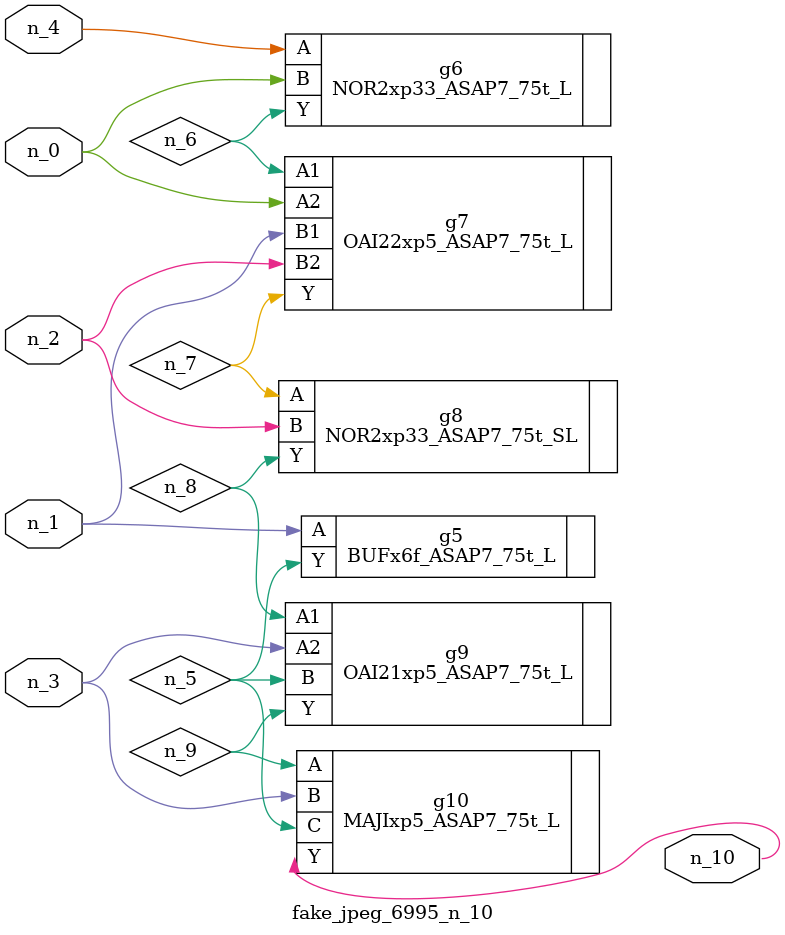
<source format=v>
module fake_jpeg_6995_n_10 (n_3, n_2, n_1, n_0, n_4, n_10);

input n_3;
input n_2;
input n_1;
input n_0;
input n_4;

output n_10;

wire n_8;
wire n_9;
wire n_6;
wire n_5;
wire n_7;

BUFx6f_ASAP7_75t_L g5 ( 
.A(n_1),
.Y(n_5)
);

NOR2xp33_ASAP7_75t_L g6 ( 
.A(n_4),
.B(n_0),
.Y(n_6)
);

OAI22xp5_ASAP7_75t_L g7 ( 
.A1(n_6),
.A2(n_0),
.B1(n_1),
.B2(n_2),
.Y(n_7)
);

NOR2xp33_ASAP7_75t_SL g8 ( 
.A(n_7),
.B(n_2),
.Y(n_8)
);

OAI21xp5_ASAP7_75t_L g9 ( 
.A1(n_8),
.A2(n_3),
.B(n_5),
.Y(n_9)
);

MAJIxp5_ASAP7_75t_L g10 ( 
.A(n_9),
.B(n_3),
.C(n_5),
.Y(n_10)
);


endmodule
</source>
